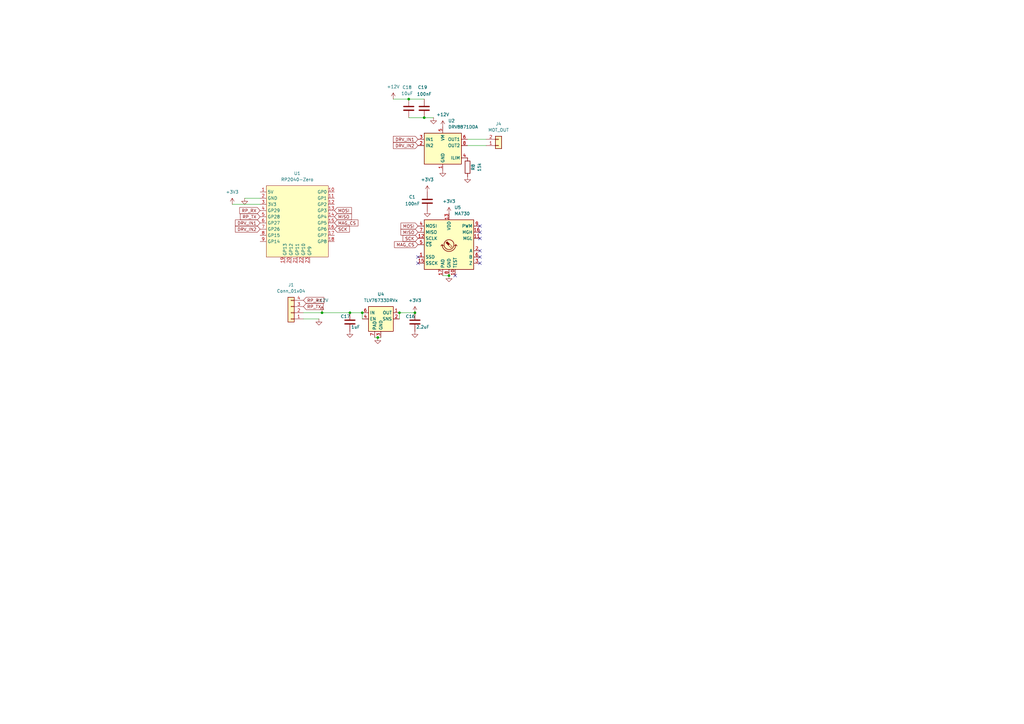
<source format=kicad_sch>
(kicad_sch (version 20231120) (generator "eeschema") (generator_version "8.0")
  (paper "A3")
  (lib_symbols
    (symbol "Connector_Generic:Conn_01x02" (pin_names (offset 1.016) hide)
      (property "Reference" "J" (at 0 2.54 0))
      (property "Value" "Conn_01x02" (at 0 -5.08 0))
      (symbol "Conn_01x02_1_1"
        (rectangle (start -1.27 -2.413) (end 0 -2.667) (stroke (width 0.1524)))
        (rectangle (start -1.27 0.127) (end 0 -0.127) (stroke (width 0.1524)))
        (rectangle (start -1.27 1.27) (end 1.27 -3.81) (stroke (width 0.254)) (fill (type background)))
        (pin passive line (at -5.08 0 0) (length 3.81) (name "Pin_1") (number "1"))
        (pin passive line (at -5.08 -2.54 0) (length 3.81) (name "Pin_2") (number "2"))
      )
    )
    (symbol "Connector_Generic:Conn_01x04" (pin_names (offset 1.016) hide)
      (property "Reference" "J" (at 0 5.08 0))
      (property "Value" "Conn_01x04" (at 0 -7.62 0))
      (symbol "Conn_01x04_1_1"
        (rectangle (start -1.27 -4.953) (end 0 -5.207) (stroke (width 0.1524)))
        (rectangle (start -1.27 -2.413) (end 0 -2.667) (stroke (width 0.1524)))
        (rectangle (start -1.27 0.127) (end 0 -0.127) (stroke (width 0.1524)))
        (rectangle (start -1.27 2.667) (end 0 2.413) (stroke (width 0.1524)))
        (rectangle (start -1.27 3.81) (end 1.27 -6.35) (stroke (width 0.254)) (fill (type background)))
        (pin passive line (at -5.08 2.54 0) (length 3.81) (name "Pin_1") (number "1"))
        (pin passive line (at -5.08 0 0) (length 3.81) (name "Pin_2") (number "2"))
        (pin passive line (at -5.08 -2.54 0) (length 3.81) (name "Pin_3") (number "3"))
        (pin passive line (at -5.08 -5.08 0) (length 3.81) (name "Pin_4") (number "4"))
      )
    )
    (symbol "Device:C" (pin_numbers hide) (pin_names (offset 0.254))
      (property "Reference" "C" (at 0.635 2.54 0))
      (property "Value" "C" (at 0.635 -2.54 0))
      (symbol "C_0_1"
        (polyline (pts (xy -2.032 -0.762) (xy 2.032 -0.762)) (stroke (width 0.508)))
        (polyline (pts (xy -2.032 0.762) (xy 2.032 0.762)) (stroke (width 0.508)))
      )
      (symbol "C_1_1"
        (pin passive line (at 0 3.81 270) (length 2.794) (name "~") (number "1"))
        (pin passive line (at 0 -3.81 90) (length 2.794) (name "~") (number "2"))
      )
    )
    (symbol "Device:R" (pin_numbers hide) (pin_names (offset 0))
      (property "Reference" "R" (at 2.032 0 90))
      (property "Value" "R" (at 0 0 90))
      (symbol "R_0_1"
        (rectangle (start -1.016 -2.54) (end 1.016 2.54) (stroke (width 0.254)))
      )
      (symbol "R_1_1"
        (pin passive line (at 0 3.81 270) (length 1.27) (name "~") (number "1"))
        (pin passive line (at 0 -3.81 90) (length 1.27) (name "~") (number "2"))
      )
    )
    (symbol "Driver_Motor:DRV8871DDA"
      (property "Reference" "U" (at -6.35 6.35 0))
      (property "Value" "DRV8871DDA" (at 8.89 6.35 0))
      (symbol "DRV8871DDA_0_1"
        (rectangle (start -7.62 5.08) (end 7.62 -7.62) (stroke (width 0.254)) (fill (type background)))
      )
      (symbol "DRV8871DDA_1_1"
        (pin power_in line (at 0 -10.16 90) (length 2.54) (name "GND") (number "1"))
        (pin input line (at -10.16 0 0) (length 2.54) (name "IN2") (number "2"))
        (pin input line (at -10.16 2.54 0) (length 2.54) (name "IN1") (number "3"))
        (pin passive line (at 10.16 -5.08 180) (length 2.54) (name "ILIM") (number "4"))
        (pin power_in line (at 0 7.62 270) (length 2.54) (name "VM") (number "5"))
        (pin output line (at 10.16 2.54 180) (length 2.54) (name "OUT1") (number "6"))
        (pin passive line (at 0 -10.16 90) (length 2.54) hide (name "GND") (number "7"))
        (pin output line (at 10.16 0 180) (length 2.54) (name "OUT2") (number "8"))
        (pin passive line (at 0 -10.16 90) (length 2.54) hide (name "GND") (number "9"))
      )
    )
    (symbol "Regulator_Linear:TLV76733DRVx"
      (property "Reference" "U" (at 0 8.89 0))
      (property "Value" "TLV76733DRVx" (at 0 6.35 0))
      (symbol "TLV76733DRVx_0_1"
        (rectangle (start -5.08 -5.08) (end 5.08 5.08) (stroke (width 0.254)) (fill (type background)))
      )
      (symbol "TLV76733DRVx_1_1"
        (pin power_out line (at 7.62 2.54 180) (length 2.54) (name "OUT") (number "1"))
        (pin input line (at 7.62 0 180) (length 2.54) (name "SNS") (number "2"))
        (pin power_in line (at 0 -7.62 90) (length 2.54) (name "GND") (number "3"))
        (pin input line (at -7.62 0 0) (length 2.54) (name "EN") (number "4"))
        (pin passive line (at 0 -7.62 90) (length 2.54) hide (name "GND") (number "5"))
        (pin power_in line (at -7.62 2.54 0) (length 2.54) (name "IN") (number "6"))
        (pin passive line (at -2.54 -7.62 90) (length 2.54) (name "PAD") (number "7"))
      )
    )
    (symbol "Sensor_Magnetic:MA730"
      (property "Reference" "U" (at -10.16 11.43 0))
      (property "Value" "MA730" (at 10.16 11.43 0))
      (symbol "MA730_0_1"
        (rectangle (start -10.16 10.16) (end 10.16 -10.16) (stroke (width 0.254)) (fill (type background)))
        (arc (start -2.794 0) (mid 0 -2.7819) (end 2.794 0) (stroke (width 0.254)))
        (polyline (pts (xy -2.794 0) (xy -3.302 -0.508)) (stroke (width 0.254)))
        (polyline (pts (xy -2.794 0) (xy -2.286 -0.508)) (stroke (width 0.254)))
        (polyline (pts (xy 2.794 0) (xy 2.286 -0.508)) (stroke (width 0.254)))
        (polyline (pts (xy 2.794 0) (xy 3.302 -0.508)) (stroke (width 0.254)))
      )
      (symbol "MA730_1_1"
        (polyline (pts (xy 0.254 0.254) (xy 1.27 -0.762) (xy 0.762 -1.27) (xy -0.254 -0.254)))
        (polyline (pts (xy -0.762 1.27) (xy 0.254 0.254) (xy -0.254 -0.254) (xy -1.27 0.762) (xy -1.016 1.016) (xy -0.762 1.27) (xy -0.635 1.143)) (fill (type outline)))
        (circle (center 0 0) (radius 2.032) (stroke (width 0.254)))
        (pin output line (at -12.7 -5.08 0) (length 2.54) (name "SSD") (number "1"))
        (pin passive line (at 2.54 -12.7 90) (length 2.54) (name "TEST") (number "10"))
        (pin output line (at 12.7 2.54 180) (length 2.54) (name "MGL") (number "11"))
        (pin input line (at -12.7 2.54 0) (length 2.54) (name "SCLK") (number "12"))
        (pin power_in line (at 0 12.7 270) (length 2.54) (name "VDD") (number "13"))
        (pin no_connect line (at 5.08 -10.16 90) (length 2.54) hide (name "NC") (number "14"))
        (pin input line (at -12.7 -7.62 0) (length 2.54) (name "SSCK") (number "15"))
        (pin output line (at 12.7 5.08 180) (length 2.54) (name "MGH") (number "16"))
        (pin input line (at -2.54 -12.7 90) (length 2.54) (name "PAD") (number "17"))
        (pin output line (at 12.7 -2.54 180) (length 2.54) (name "A") (number "2"))
        (pin output line (at 12.7 -7.62 180) (length 2.54) (name "Z") (number "3"))
        (pin input line (at -12.7 7.62 0) (length 2.54) (name "MOSI") (number "4"))
        (pin input line (at -12.7 0 0) (length 2.54) (name "~{CS}") (number "5"))
        (pin output line (at 12.7 -5.08 180) (length 2.54) (name "B") (number "6"))
        (pin output line (at -12.7 5.08 0) (length 2.54) (name "MISO") (number "7"))
        (pin power_in line (at 0 -12.7 90) (length 2.54) (name "GND") (number "8"))
        (pin output line (at 12.7 7.62 180) (length 2.54) (name "PWM") (number "9"))
      )
    )
    (symbol "_Custom:RP2040-Zero"
      (property "Reference" "U" (at 0 0 0))
      (property "Value" "RP2040-Zero" (at 0 8.89 0))
      (symbol "RP2040-Zero_0_1"
        (rectangle (start -12.7 7.62) (end 12.7 -21.59) (fill (type background)))
      )
      (symbol "RP2040-Zero_1_1"
        (pin power_in line (at -15.24 5.08 0) (length 2.54) (name "5V") (number "1"))
        (pin bidirectional line (at 15.24 5.08 180) (length 2.54) (name "GP0") (number "10"))
        (pin bidirectional line (at 15.24 2.54 180) (length 2.54) (name "GP1") (number "11"))
        (pin bidirectional line (at 15.24 0 180) (length 2.54) (name "GP2") (number "12"))
        (pin bidirectional line (at 15.24 -2.54 180) (length 2.54) (name "GP3") (number "13"))
        (pin bidirectional line (at 15.24 -5.08 180) (length 2.54) (name "GP4") (number "14"))
        (pin bidirectional line (at 15.24 -7.62 180) (length 2.54) (name "GP5") (number "15"))
        (pin bidirectional line (at 15.24 -10.16 180) (length 2.54) (name "GP6") (number "16"))
        (pin bidirectional line (at 15.24 -12.7 180) (length 2.54) (name "GP7") (number "17"))
        (pin bidirectional line (at 15.24 -15.24 180) (length 2.54) (name "GP8") (number "18"))
        (pin bidirectional line (at -5.08 -24.13 90) (length 2.54) (name "GP13") (number "19"))
        (pin power_in line (at -15.24 2.54 0) (length 2.54) (name "GND") (number "2"))
        (pin bidirectional line (at -2.54 -24.13 90) (length 2.54) (name "GP12") (number "20"))
        (pin bidirectional line (at 0 -24.13 90) (length 2.54) (name "GP11") (number "21"))
        (pin bidirectional line (at 2.54 -24.13 90) (length 2.54) (name "GP10") (number "22"))
        (pin bidirectional line (at 5.08 -24.13 90) (length 2.54) (name "GP9") (number "23"))
        (pin power_in line (at -15.24 0 0) (length 2.54) (name "3V3") (number "3"))
        (pin bidirectional line (at -15.24 -2.54 0) (length 2.54) (name "GP29") (number "4"))
        (pin bidirectional line (at -15.24 -5.08 0) (length 2.54) (name "GP28") (number "5"))
        (pin bidirectional line (at -15.24 -7.62 0) (length 2.54) (name "GP27") (number "6"))
        (pin bidirectional line (at -15.24 -10.16 0) (length 2.54) (name "GP26") (number "7"))
        (pin bidirectional line (at -15.24 -12.7 0) (length 2.54) (name "GP15") (number "8"))
        (pin bidirectional line (at -15.24 -15.24 0) (length 2.54) (name "GP14") (number "9"))
      )
    )
    (symbol "power:+12V" (power) (pin_numbers hide) (pin_names (offset 0) hide)
      (property "Value" "+12V" (at 0 3.556 0))
      (symbol "+12V_0_1"
        (polyline (pts (xy -0.762 1.27) (xy 0 2.54)))
        (polyline (pts (xy 0 0) (xy 0 2.54)))
        (polyline (pts (xy 0 2.54) (xy 0.762 1.27)))
      )
      (symbol "+12V_1_1"
        (pin power_in line (at 0 0 90) (length 0) (name "~") (number "1"))
      )
    )
    (symbol "power:+3V3" (power) (pin_numbers hide) (pin_names (offset 0) hide)
      (property "Value" "+3V3" (at 0 3.556 0))
      (symbol "+3V3_0_1"
        (polyline (pts (xy -0.762 1.27) (xy 0 2.54)))
        (polyline (pts (xy 0 0) (xy 0 2.54)))
        (polyline (pts (xy 0 2.54) (xy 0.762 1.27)))
      )
      (symbol "+3V3_1_1"
        (pin power_in line (at 0 0 90) (length 0) (name "~") (number "1"))
      )
    )
    (symbol "power:GND" (power) (pin_numbers hide) (pin_names (offset 0) hide)
      (property "Value" "GND" (at 0 -3.81 0))
      (symbol "GND_0_1"
        (polyline (pts (xy 0 0) (xy 0 -1.27) (xy 1.27 -1.27) (xy 0 -2.54) (xy -1.27 -1.27) (xy 0 -1.27)))
      )
      (symbol "GND_1_1"
        (pin power_in line (at 0 0 270) (length 0) (name "~") (number "1"))
      )
    )
  )
  (junction (at 184.15 113.03))
  (junction (at 148.59 128.27))
  (junction (at 154.94 138.43))
  (junction (at 143.51 128.27))
  (junction (at 170.18 128.27))
  (junction (at 132.08 128.27))
  (junction (at 167.64 40.64))
  (junction (at 163.83 128.27))
  (junction (at 173.99 48.26))
  (no_connect (at 196.85 107.95))
  (no_connect (at 196.85 92.71))
  (no_connect (at 196.85 97.79))
  (no_connect (at 171.45 107.95))
  (no_connect (at 196.85 105.41))
  (no_connect (at 186.69 113.03))
  (no_connect (at 196.85 102.87))
  (no_connect (at 171.45 105.41))
  (no_connect (at 196.85 95.25))
  (wire (pts (xy 173.99 48.26) (xy 167.64 48.26)))
  (wire (pts (xy 148.59 128.27) (xy 148.59 130.81)))
  (wire (pts (xy 181.61 113.03) (xy 184.15 113.03)))
  (wire (pts (xy 161.29 40.64) (xy 167.64 40.64)))
  (wire (pts (xy 124.46 128.27) (xy 132.08 128.27)))
  (wire (pts (xy 95.25 83.82) (xy 106.68 83.82)))
  (wire (pts (xy 173.99 40.64) (xy 167.64 40.64)))
  (wire (pts (xy 100.33 81.28) (xy 106.68 81.28)))
  (wire (pts (xy 199.39 57.15) (xy 191.77 57.15)))
  (wire (pts (xy 177.8 48.26) (xy 173.99 48.26)))
  (wire (pts (xy 199.39 59.69) (xy 191.77 59.69)))
  (wire (pts (xy 163.83 128.27) (xy 163.83 130.81)))
  (wire (pts (xy 148.59 128.27) (xy 143.51 128.27)))
  (wire (pts (xy 163.83 128.27) (xy 170.18 128.27)))
  (wire (pts (xy 132.08 128.27) (xy 143.51 128.27)))
  (wire (pts (xy 154.94 138.43) (xy 153.67 138.43)))
  (wire (pts (xy 156.21 138.43) (xy 154.94 138.43)))
  (wire (pts (xy 124.46 130.81) (xy 130.81 130.81)))
  (global_label "RP_TX" (shape input) (at 106.68 88.9 180) (property "Intersheetrefs" "${INTERSHEET_REFS}" (effects (hide yes))))
  (global_label "RP_TX" (shape input) (at 124.46 125.73 0) (property "Intersheetrefs" "${INTERSHEET_REFS}" (effects (hide yes))))
  (global_label "MOSI" (shape input) (at 171.45 92.71 180) (property "Intersheetrefs" "${INTERSHEET_REFS}" (effects (hide yes))))
  (global_label "MISO" (shape input) (at 137.16 88.9 0) (property "Intersheetrefs" "${INTERSHEET_REFS}" (effects (hide yes))))
  (global_label "SCK" (shape input) (at 171.45 97.79 180) (property "Intersheetrefs" "${INTERSHEET_REFS}" (effects (hide yes))))
  (global_label "DRV_IN2" (shape input) (at 106.68 93.98 180) (property "Intersheetrefs" "${INTERSHEET_REFS}" (effects (hide yes))))
  (global_label "DRV_IN1" (shape input) (at 171.45 57.15 180) (property "Intersheetrefs" "${INTERSHEET_REFS}" (effects (hide yes))))
  (global_label "MISO" (shape input) (at 171.45 95.25 180) (property "Intersheetrefs" "${INTERSHEET_REFS}" (effects (hide yes))))
  (global_label "MAG_CS" (shape input) (at 171.45 100.33 180) (property "Intersheetrefs" "${INTERSHEET_REFS}" (effects (hide yes))))
  (global_label "DRV_IN1" (shape input) (at 106.68 91.44 180) (property "Intersheetrefs" "${INTERSHEET_REFS}" (effects (hide yes))))
  (global_label "RP_RX" (shape input) (at 124.46 123.19 0) (property "Intersheetrefs" "${INTERSHEET_REFS}" (effects (hide yes))))
  (global_label "MAG_CS" (shape input) (at 137.16 91.44 0) (property "Intersheetrefs" "${INTERSHEET_REFS}" (effects (hide yes))))
  (global_label "MOSI" (shape input) (at 137.16 86.36 0) (property "Intersheetrefs" "${INTERSHEET_REFS}" (effects (hide yes))))
  (global_label "DRV_IN2" (shape input) (at 171.45 59.69 180) (property "Intersheetrefs" "${INTERSHEET_REFS}" (effects (hide yes))))
  (global_label "SCK" (shape input) (at 137.16 93.98 0) (property "Intersheetrefs" "${INTERSHEET_REFS}" (effects (hide yes))))
  (global_label "RP_RX" (shape input) (at 106.68 86.36 180) (property "Intersheetrefs" "${INTERSHEET_REFS}" (effects (hide yes))))
  (symbol (lib_id "Sensor_Magnetic:MA730") (at 184.15 100.33 0) (unit 1)
    (property "Reference" "U5" (at 186.3441 85.09 0) (effects (justify left)))
    (property "Value" "MA730" (at 186.3441 87.63 0) (effects (justify left)))
    (property "Footprint" "Package_DFN_QFN:QFN-16-1EP_3x3mm_P0.5mm_EP1.75x1.75mm" (effects (hide yes)))
    (property "Datasheet" "https://www.monolithicpower.com/pub/media/document/m/a/ma730_r1.01.pdf" (effects (hide yes)))
    (property "Description" "Magnetic rotary angle sensor, 14-bit, SPI interface, ABZ, PWM, QFN-16" (effects (hide yes)))
  )
  (symbol (lib_id "Device:C") (at 170.18 132.08 0) (unit 1)
    (property "Reference" "C16" (at 166.37 129.794 0) (effects (justify left)))
    (property "Value" "2.2uF" (at 170.688 134.112 0) (effects (justify left)))
    (property "Footprint" "Capacitor_SMD:C_0402_1005Metric" (effects (hide yes)))
    (property "Description" "Unpolarized capacitor" (effects (hide yes)))
  )
  (symbol (lib_id "power:GND") (at 181.61 69.85 0) (unit 1)
    (property "Reference" "#PWR024" (effects (hide yes)))
    (property "Value" "GND" (effects (hide yes)))
    (property "Description" "Power symbol creates a global label with name \"GND\" , ground" (effects (hide yes)))
  )
  (symbol (lib_id "power:+3V3") (at 95.25 83.82 0) (unit 1)
    (property "Reference" "#PWR01" (effects (hide yes)))
    (property "Value" "+3V3" (at 95.25 78.74 0))
    (property "Description" "Power symbol creates a global label with name \"+3V3\"" (effects (hide yes)))
  )
  (symbol (lib_id "power:+12V") (at 181.61 52.07 0) (unit 1)
    (property "Reference" "#PWR022" (effects (hide yes)))
    (property "Value" "+12V" (at 181.61 46.99 0))
    (property "Description" "Power symbol creates a global label with name \"+12V\"" (effects (hide yes)))
  )
  (symbol (lib_id "Connector_Generic:Conn_01x04") (at 119.38 128.27 180) (unit 1)
    (property "Reference" "J1" (at 119.38 116.84 0))
    (property "Value" "Conn_01x04" (at 119.38 119.38 0))
    (property "Footprint" "Connector_JST:JST_XH_B4B-XH-AM_1x04_P2.50mm_Vertical" (effects (hide yes)))
    (property "Description" "Generic connector, single row, 01x04, script generated (kicad-library-utils/schlib/autogen/connector/)" (effects (hide yes)))
  )
  (symbol (lib_id "Device:R") (at 191.77 68.58 0) (mirror y) (unit 1)
    (property "Reference" "R8" (at 194.056 68.58 90))
    (property "Value" "15k" (at 196.596 68.58 90))
    (property "Footprint" "Resistor_SMD:R_0402_1005Metric" (effects (hide yes)))
    (property "Description" "Resistor" (effects (hide yes)))
  )
  (symbol (lib_id "power:+3V3") (at 184.15 87.63 0) (unit 1)
    (property "Reference" "#PWR028" (effects (hide yes)))
    (property "Value" "+3V3" (at 184.15 82.55 0))
    (property "Description" "Power symbol creates a global label with name \"+3V3\"" (effects (hide yes)))
  )
  (symbol (lib_id "Device:C") (at 167.64 44.45 180) (unit 1)
    (property "Reference" "C18" (at 168.91 35.814 0) (effects (justify left)))
    (property "Value" "10uF" (at 169.418 38.354 0) (effects (justify left)))
    (property "Footprint" "Capacitor_SMD:C_0402_1005Metric" (effects (hide yes)))
    (property "Description" "Unpolarized capacitor" (effects (hide yes)))
  )
  (symbol (lib_id "power:+12V") (at 132.08 128.27 0) (unit 1)
    (property "Reference" "#PWR021" (effects (hide yes)))
    (property "Value" "+12V" (at 132.08 123.19 0))
    (property "Description" "Power symbol creates a global label with name \"+12V\"" (effects (hide yes)))
  )
  (symbol (lib_id "Device:C") (at 175.26 82.55 180) (unit 1)
    (property "Reference" "C1" (at 170.434 80.772 0) (effects (justify left)))
    (property "Value" "100nF" (at 172.212 83.566 0) (effects (justify left)))
    (property "Footprint" "Capacitor_SMD:C_0402_1005Metric" (effects (hide yes)))
    (property "Description" "Unpolarized capacitor" (effects (hide yes)))
  )
  (symbol (lib_id "Regulator_Linear:TLV76733DRVx") (at 156.21 130.81 0) (unit 1)
    (property "Reference" "U4" (at 156.21 120.65 0))
    (property "Value" "TLV76733DRVx" (at 156.21 123.19 0))
    (property "Footprint" "Package_SON:WSON-6-1EP_2x2mm_P0.65mm_EP1x1.6mm_ThermalVias" (effects (hide yes)))
    (property "Datasheet" "www.ti.com/lit/gpn/TLV767" (effects (hide yes)))
    (property "Description" "1A Precision Linear Voltage Regulator, with enable pin, Fixed Output 3.3V, WSON6" (effects (hide yes)))
  )
  (symbol (lib_id "power:GND") (at 170.18 135.89 0) (unit 1)
    (property "Reference" "#PWR017" (effects (hide yes)))
    (property "Value" "GND" (effects (hide yes)))
    (property "Description" "Power symbol creates a global label with name \"GND\" , ground" (effects (hide yes)))
  )
  (symbol (lib_id "Device:C") (at 173.99 44.45 180) (unit 1)
    (property "Reference" "C19" (at 175.26 35.814 0) (effects (justify left)))
    (property "Value" "100nF" (at 177.038 38.608 0) (effects (justify left)))
    (property "Footprint" "Capacitor_SMD:C_0402_1005Metric" (effects (hide yes)))
    (property "Description" "Unpolarized capacitor" (effects (hide yes)))
  )
  (symbol (lib_id "power:GND") (at 191.77 72.39 0) (unit 1)
    (property "Reference" "#PWR025" (effects (hide yes)))
    (property "Value" "GND" (effects (hide yes)))
    (property "Description" "Power symbol creates a global label with name \"GND\" , ground" (effects (hide yes)))
  )
  (symbol (lib_id "power:GND") (at 143.51 135.89 0) (unit 1)
    (property "Reference" "#PWR016" (effects (hide yes)))
    (property "Value" "GND" (effects (hide yes)))
    (property "Description" "Power symbol creates a global label with name \"GND\" , ground" (effects (hide yes)))
  )
  (symbol (lib_id "power:GND") (at 175.26 86.36 0) (unit 1)
    (property "Reference" "#PWR03" (effects (hide yes)))
    (property "Value" "GND" (effects (hide yes)))
    (property "Description" "Power symbol creates a global label with name \"GND\" , ground" (effects (hide yes)))
  )
  (symbol (lib_id "power:+12V") (at 161.29 40.64 0) (unit 1)
    (property "Reference" "#PWR023" (effects (hide yes)))
    (property "Value" "+12V" (at 161.29 35.56 0))
    (property "Description" "Power symbol creates a global label with name \"+12V\"" (effects (hide yes)))
  )
  (symbol (lib_id "_Custom:RP2040-Zero") (at 121.92 83.82 0) (unit 1)
    (property "Reference" "U1" (at 121.92 71.12 0))
    (property "Value" "RP2040-Zero" (at 121.92 73.66 0))
    (property "Footprint" "_custom:RP2040 Zero" (effects (hide yes)))
  )
  (symbol (lib_id "Driver_Motor:DRV8871DDA") (at 181.61 59.69 0) (unit 1)
    (property "Reference" "U2" (at 183.8041 49.53 0) (effects (justify left)))
    (property "Value" "DRV8871DDA" (at 183.8041 52.07 0) (effects (justify left)))
    (property "Footprint" "Package_SO:Texas_HTSOP-8-1EP_3.9x4.9mm_P1.27mm_EP2.95x4.9mm_Mask2.4x3.1mm_ThermalVias" (effects (hide yes)))
    (property "Datasheet" "http://www.ti.com/lit/ds/symlink/drv8871.pdf" (effects (hide yes)))
    (property "Description" "Brushed DC Motor Driver, PWM Control, 45V, 3.6A, Current limiting, HTSOP-8" (effects (hide yes)))
  )
  (symbol (lib_id "Device:C") (at 143.51 132.08 0) (unit 1)
    (property "Reference" "C17" (at 139.7 129.794 0) (effects (justify left)))
    (property "Value" "1uF" (at 144.018 134.112 0) (effects (justify left)))
    (property "Footprint" "Capacitor_SMD:C_0402_1005Metric" (effects (hide yes)))
    (property "Description" "Unpolarized capacitor" (effects (hide yes)))
  )
  (symbol (lib_id "power:GND") (at 100.33 81.28 0) (unit 1)
    (property "Reference" "#PWR02" (effects (hide yes)))
    (property "Value" "GND" (effects (hide yes)))
    (property "Description" "Power symbol creates a global label with name \"GND\" , ground" (effects (hide yes)))
  )
  (symbol (lib_id "power:GND") (at 154.94 138.43 0) (unit 1)
    (property "Reference" "#PWR015" (effects (hide yes)))
    (property "Value" "GND" (effects (hide yes)))
    (property "Description" "Power symbol creates a global label with name \"GND\" , ground" (effects (hide yes)))
  )
  (symbol (lib_id "power:GND") (at 177.8 48.26 0) (unit 1)
    (property "Reference" "#PWR026" (effects (hide yes)))
    (property "Value" "GND" (effects (hide yes)))
    (property "Description" "Power symbol creates a global label with name \"GND\" , ground" (effects (hide yes)))
  )
  (symbol (lib_id "Connector_Generic:Conn_01x02") (at 204.47 59.69 0) (mirror x) (unit 1)
    (property "Reference" "J4" (at 204.47 50.8 0))
    (property "Value" "MOT_OUT" (at 204.47 53.34 0))
    (property "Footprint" "Connector_PinHeader_2.54mm:PinHeader_1x02_P2.54mm_Vertical" (effects (hide yes)))
    (property "Description" "Generic connector, single row, 01x02, script generated (kicad-library-utils/schlib/autogen/connector/)" (effects (hide yes)))
  )
  (symbol (lib_id "power:GND") (at 130.81 130.81 0) (unit 1)
    (property "Reference" "#PWR020" (effects (hide yes)))
    (property "Value" "GND" (effects (hide yes)))
    (property "Description" "Power symbol creates a global label with name \"GND\" , ground" (effects (hide yes)))
  )
  (symbol (lib_id "power:+3V3") (at 170.18 128.27 0) (unit 1)
    (property "Reference" "#PWR018" (effects (hide yes)))
    (property "Value" "+3V3" (at 170.18 123.19 0))
    (property "Description" "Power symbol creates a global label with name \"+3V3\"" (effects (hide yes)))
  )
  (symbol (lib_id "power:+3V3") (at 175.26 78.74 0) (unit 1)
    (property "Reference" "#PWR04" (effects (hide yes)))
    (property "Value" "+3V3" (at 175.26 73.66 0))
    (property "Description" "Power symbol creates a global label with name \"+3V3\"" (effects (hide yes)))
  )
  (symbol (lib_id "power:GND") (at 184.15 113.03 0) (unit 1)
    (property "Reference" "#PWR027" (effects (hide yes)))
    (property "Value" "GND" (effects (hide yes)))
    (property "Description" "Power symbol creates a global label with name \"GND\" , ground" (effects (hide yes)))
  )
)
</source>
